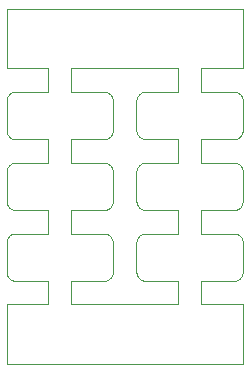
<source format=gm1>
G04 #@! TF.GenerationSoftware,KiCad,Pcbnew,8.0.1*
G04 #@! TF.CreationDate,2024-04-12T13:03:15-07:00*
G04 #@! TF.ProjectId,Pinlight_panel,50696e6c-6967-4687-945f-70616e656c2e,rev?*
G04 #@! TF.SameCoordinates,Original*
G04 #@! TF.FileFunction,Profile,NP*
%FSLAX46Y46*%
G04 Gerber Fmt 4.6, Leading zero omitted, Abs format (unit mm)*
G04 Created by KiCad (PCBNEW 8.0.1) date 2024-04-12 13:03:15*
%MOMM*%
%LPD*%
G01*
G04 APERTURE LIST*
G04 #@! TA.AperFunction,Profile*
%ADD10C,0.100000*%
G04 #@! TD*
G04 APERTURE END LIST*
D10*
X158499037Y-39711513D02*
X158491351Y-39635929D01*
X157863570Y-42990851D02*
X157937989Y-42975557D01*
X138515352Y-30400473D02*
X138534395Y-30474022D01*
X150025477Y-42965104D02*
X150062010Y-42975557D01*
X147405759Y-36613476D02*
X147439218Y-36545266D01*
X146750000Y-30999500D02*
X146825876Y-30995651D01*
X147319068Y-33260970D02*
X147266725Y-33205905D01*
X155000000Y-25000000D02*
X158500000Y-25000000D01*
X149500000Y-39749500D02*
X149500000Y-42249500D01*
X158365572Y-27321048D02*
X158319068Y-27260970D01*
X138706405Y-33232774D02*
X138680931Y-33260970D01*
X150136429Y-36990851D02*
X150174123Y-36995651D01*
X138508648Y-33635929D02*
X138503848Y-33673623D01*
X147453314Y-39489021D02*
X147423353Y-39419204D01*
X146937989Y-39023442D02*
X146863570Y-39008148D01*
X138886023Y-33093740D02*
X138853276Y-33113016D01*
X147238529Y-33180431D02*
X147209079Y-33156418D01*
X142000000Y-27000106D02*
X139212013Y-27000462D01*
X158453314Y-42509978D02*
X158476057Y-42437489D01*
X150250000Y-36999500D02*
X153000000Y-36999500D01*
X146750000Y-36999500D02*
X146825876Y-36995651D01*
X149886023Y-42905259D02*
X149919704Y-42922853D01*
X149706405Y-39232774D02*
X149680931Y-39260970D01*
X138733274Y-33205905D02*
X138706405Y-33232774D01*
X138560781Y-27453733D02*
X138534395Y-27524977D01*
X138500000Y-25000000D02*
X142000000Y-25000000D01*
X139212013Y-42998537D02*
X139250000Y-42999500D01*
X147496151Y-33673623D02*
X147491351Y-33635929D01*
X138989521Y-33046185D02*
X138919704Y-33076146D01*
X149534395Y-42474022D02*
X149546685Y-42509978D01*
X138515352Y-27598526D02*
X138508648Y-27635929D01*
X138594240Y-42613476D02*
X138634427Y-42677951D01*
X150099026Y-36984147D02*
X150136429Y-36990851D01*
X149634427Y-27321048D02*
X149594240Y-27385523D01*
X158010478Y-39046185D02*
X157974522Y-39033895D01*
X150212013Y-33000462D02*
X150136429Y-33008148D01*
X147386483Y-39352776D02*
X147343081Y-39290420D01*
X139174123Y-33003348D02*
X139099026Y-33014852D01*
X149613516Y-30646223D02*
X149634427Y-30677951D01*
X149534395Y-27524977D02*
X149515352Y-27598526D01*
X158209079Y-39156418D02*
X158178451Y-39133927D01*
X138790920Y-36842581D02*
X138853276Y-36885983D01*
X153000000Y-42999500D02*
X153000000Y-44999500D01*
X150099026Y-27014852D02*
X150062010Y-27023442D01*
X147365572Y-36677951D02*
X147405759Y-36613476D01*
X138503848Y-39673623D02*
X138500000Y-39749500D01*
X153000000Y-37999500D02*
X153000000Y-39000106D01*
X149546685Y-42509978D02*
X149576646Y-42579795D01*
X150136429Y-27008148D02*
X150099026Y-27014852D01*
X138534395Y-36474022D02*
X138560781Y-36545266D01*
X149500000Y-30249500D02*
X149503848Y-30325376D01*
X147496151Y-30325376D02*
X147500000Y-30249500D01*
X139099026Y-33014852D02*
X139025477Y-33033895D01*
X150136429Y-39008148D02*
X150099026Y-39014852D01*
X147178451Y-39133927D02*
X147113976Y-39093740D01*
X149508648Y-30363070D02*
X149515352Y-30400473D01*
X158500000Y-25000000D02*
X158500000Y-20000000D01*
X147045766Y-42938718D02*
X147113976Y-42905259D01*
X146825876Y-30995651D02*
X146900973Y-30984147D01*
X138546685Y-42509978D02*
X138576646Y-42579795D01*
X149919704Y-42922853D02*
X149989521Y-42952814D01*
X149546685Y-39489021D02*
X149534395Y-39524977D01*
X149733274Y-33205905D02*
X149706405Y-33232774D01*
X139062010Y-42975557D02*
X139136429Y-42990851D01*
X158146723Y-30885983D02*
X158209079Y-30842581D01*
X158476057Y-39561510D02*
X158465604Y-39524977D01*
X158386483Y-30646223D02*
X158423353Y-30579795D01*
X150136429Y-33008148D02*
X150099026Y-33014852D01*
X147500000Y-27749500D02*
X147496151Y-27673623D01*
X158113976Y-42905259D02*
X158178451Y-42865072D01*
X144000000Y-26999851D02*
X144000000Y-25000000D01*
X158500000Y-42249500D02*
X158500000Y-39749500D01*
X150062010Y-27023442D02*
X149989521Y-27046185D01*
X147500000Y-39749500D02*
X147496151Y-39673623D01*
X144000000Y-38999851D02*
X144000000Y-37999500D01*
X158386483Y-27352776D02*
X158365572Y-27321048D01*
X158319068Y-39260970D02*
X158266725Y-39205905D01*
X153000000Y-30999500D02*
X153000000Y-31999500D01*
X138503848Y-30325376D02*
X138508648Y-30363070D01*
X138594240Y-27385523D02*
X138576646Y-27419204D01*
X158405759Y-36613476D02*
X158439218Y-36545266D01*
X158319068Y-33260970D02*
X158293594Y-33232774D01*
X147465604Y-42474022D02*
X147484647Y-42400473D01*
X139136429Y-39008148D02*
X139099026Y-39014852D01*
X144000000Y-36999500D02*
X146750000Y-36999500D01*
X149790920Y-39156418D02*
X149733274Y-39205905D01*
X147405759Y-27385523D02*
X147386483Y-27352776D01*
X149790920Y-27156418D02*
X149733274Y-27205905D01*
X153000000Y-44999500D02*
X144000000Y-44999500D01*
X158453314Y-36509978D02*
X158476057Y-36437489D01*
X149560781Y-36545266D02*
X149594240Y-36613476D01*
X157825876Y-36995651D02*
X157900973Y-36984147D01*
X149576646Y-27419204D02*
X149560781Y-27453733D01*
X147266725Y-42793094D02*
X147319068Y-42738029D01*
X158499037Y-36287486D02*
X158500000Y-36249500D01*
X147266725Y-39205905D02*
X147238529Y-39180431D01*
X138534395Y-30474022D02*
X138560781Y-30545266D01*
X147465604Y-27524977D02*
X147439218Y-27453733D01*
X138534395Y-42474022D02*
X138546685Y-42509978D01*
X147453314Y-36509978D02*
X147465604Y-36474022D01*
X138989521Y-30952814D02*
X139025477Y-30965104D01*
X147319068Y-36738029D02*
X147365572Y-36677951D01*
X138634427Y-42677951D02*
X138680931Y-42738029D01*
X147113976Y-42905259D02*
X147178451Y-42865072D01*
X147365572Y-42677951D02*
X147405759Y-42613476D01*
X147238529Y-27180431D02*
X147209079Y-27156418D01*
X138508648Y-30363070D02*
X138515352Y-30400473D01*
X158500000Y-30249500D02*
X158500000Y-27749500D01*
X138500000Y-39749500D02*
X138500000Y-42249500D01*
X155000000Y-32999851D02*
X155000000Y-31999500D01*
X158500000Y-39749500D02*
X158499037Y-39711513D01*
X147484647Y-39598526D02*
X147465604Y-39524977D01*
X147465604Y-30474022D02*
X147484647Y-30400473D01*
X149680931Y-27260970D02*
X149634427Y-27321048D01*
X147465604Y-36474022D02*
X147484647Y-36400473D01*
X138503848Y-42325376D02*
X138508648Y-42363070D01*
X158266725Y-39205905D02*
X158209079Y-39156418D01*
X138821548Y-27133927D02*
X138790920Y-27156418D01*
X147439218Y-33453733D02*
X147405759Y-33385523D01*
X138500000Y-30249500D02*
X138503848Y-30325376D01*
X139250000Y-30999500D02*
X142000000Y-30999500D01*
X149594240Y-39385523D02*
X149576646Y-39419204D01*
X138515352Y-36400473D02*
X138534395Y-36474022D01*
X147386483Y-27352776D02*
X147343081Y-27290420D01*
X158491351Y-39635929D02*
X158476057Y-39561510D01*
X153000000Y-33000106D02*
X150212013Y-33000462D01*
X147496151Y-42325376D02*
X147500000Y-42249500D01*
X150250000Y-42999500D02*
X153000000Y-42999500D01*
X150250000Y-30999500D02*
X153000000Y-30999500D01*
X149613516Y-36646223D02*
X149634427Y-36677951D01*
X149594240Y-27385523D02*
X149576646Y-27419204D01*
X138853276Y-33113016D02*
X138790920Y-33156418D01*
X138576646Y-39419204D02*
X138546685Y-39489021D01*
X144000000Y-31999500D02*
X144000000Y-30999500D01*
X149634427Y-30677951D02*
X149680931Y-30738029D01*
X147496151Y-39673623D02*
X147491351Y-39635929D01*
X142000000Y-44999500D02*
X138500000Y-44999500D01*
X138680931Y-30738029D02*
X138733274Y-30793094D01*
X158319068Y-27260970D02*
X158266725Y-27205905D01*
X158439218Y-33453733D02*
X158405759Y-33385523D01*
X138500000Y-33749500D02*
X138500000Y-36249500D01*
X138790920Y-42842581D02*
X138821548Y-42865072D01*
X147113976Y-39093740D02*
X147080295Y-39076146D01*
X158499037Y-33711513D02*
X158491351Y-33635929D01*
X139025477Y-36965104D02*
X139099026Y-36984147D01*
X149500000Y-27749500D02*
X149500000Y-30249500D01*
X149761470Y-36818568D02*
X149790920Y-36842581D01*
X146900973Y-36984147D02*
X146974522Y-36965104D01*
X142000000Y-39000106D02*
X139212013Y-39000462D01*
X138534395Y-27524977D02*
X138515352Y-27598526D01*
X146863570Y-27008148D02*
X146787986Y-27000462D01*
X149534395Y-36474022D02*
X149560781Y-36545266D01*
X147439218Y-27453733D02*
X147405759Y-27385523D01*
X158491351Y-36363070D02*
X158499037Y-36287486D01*
X158238529Y-42818568D02*
X158293594Y-42766225D01*
X149560781Y-30545266D02*
X149594240Y-30613476D01*
X147405759Y-30613476D02*
X147439218Y-30545266D01*
X138634427Y-27321048D02*
X138594240Y-27385523D01*
X158386483Y-33352776D02*
X158365572Y-33321048D01*
X147423353Y-42579795D02*
X147453314Y-42509978D01*
X138821548Y-42865072D02*
X138886023Y-42905259D01*
X158319068Y-36738029D02*
X158365572Y-36677951D01*
X139212013Y-33000462D02*
X139174123Y-33003348D01*
X146787986Y-39000462D02*
X146750000Y-38999500D01*
X158386483Y-42646223D02*
X158423353Y-42579795D01*
X142000000Y-36999500D02*
X142000000Y-37999500D01*
X149634427Y-42677951D02*
X149680931Y-42738029D01*
X138534395Y-33524977D02*
X138515352Y-33598526D01*
X158453314Y-30509978D02*
X158476057Y-30437489D01*
X149508648Y-27635929D02*
X149503848Y-27673623D01*
X158476057Y-30437489D02*
X158491351Y-30363070D01*
X147146723Y-30885983D02*
X147209079Y-30842581D01*
X146825876Y-42995651D02*
X146900973Y-42984147D01*
X149503848Y-33673623D02*
X149500000Y-33749500D01*
X150099026Y-39014852D02*
X150062010Y-39023442D01*
X158045766Y-36938718D02*
X158113976Y-36905259D01*
X158439218Y-36545266D02*
X158453314Y-36509978D01*
X146974522Y-42965104D02*
X147045766Y-42938718D01*
X138790920Y-30842581D02*
X138821548Y-30865072D01*
X149989521Y-27046185D02*
X149919704Y-27076146D01*
X138508648Y-27635929D02*
X138503848Y-27673623D01*
X149706405Y-27232774D02*
X149680931Y-27260970D01*
X149508648Y-42363070D02*
X149515352Y-42400473D01*
X149594240Y-42613476D02*
X149634427Y-42677951D01*
X149634427Y-36677951D02*
X149680931Y-36738029D01*
X157900973Y-30984147D02*
X157937989Y-30975557D01*
X138594240Y-30613476D02*
X138613516Y-30646223D01*
X147491351Y-27635929D02*
X147484647Y-27598526D01*
X138634427Y-30677951D02*
X138680931Y-30738029D01*
X138500000Y-42249500D02*
X138503848Y-42325376D01*
X158343081Y-42708579D02*
X158386483Y-42646223D01*
X149853276Y-36885983D02*
X149886023Y-36905259D01*
X138919704Y-27076146D02*
X138886023Y-27093740D01*
X146900973Y-42984147D02*
X146974522Y-42965104D01*
X158146723Y-33113016D02*
X158080295Y-33076146D01*
X138680931Y-39260970D02*
X138634427Y-39321048D01*
X147080295Y-30922853D02*
X147146723Y-30885983D01*
X147405759Y-33385523D02*
X147386483Y-33352776D01*
X157974522Y-27033895D02*
X157937989Y-27023442D01*
X147178451Y-42865072D02*
X147209079Y-42842581D01*
X138790920Y-33156418D02*
X138733274Y-33205905D01*
X138733274Y-39205905D02*
X138706405Y-39232774D01*
X150212013Y-42998537D02*
X150250000Y-42999500D01*
X138733274Y-27205905D02*
X138706405Y-27232774D01*
X158293594Y-30766225D02*
X158343081Y-30708579D01*
X138500000Y-49999500D02*
X158500000Y-49999500D01*
X150136429Y-42990851D02*
X150212013Y-42998537D01*
X146974522Y-33033895D02*
X146900973Y-33014852D01*
X149500000Y-36249500D02*
X149503848Y-36325376D01*
X139174123Y-36995651D02*
X139250000Y-36999500D01*
X158500000Y-49999500D02*
X158500000Y-44999500D01*
X138680931Y-42738029D02*
X138733274Y-42793094D01*
X149821548Y-39133927D02*
X149790920Y-39156418D01*
X146787986Y-33000462D02*
X146750000Y-32999500D01*
X157974522Y-39033895D02*
X157937989Y-39023442D01*
X138821548Y-30865072D02*
X138886023Y-30905259D01*
X149954233Y-30938718D02*
X150025477Y-30965104D01*
X158405759Y-33385523D02*
X158386483Y-33352776D01*
X147484647Y-27598526D02*
X147465604Y-27524977D01*
X138534395Y-39524977D02*
X138515352Y-39598526D01*
X147113976Y-36905259D02*
X147146723Y-36885983D01*
X149515352Y-36400473D02*
X149534395Y-36474022D01*
X149515352Y-27598526D02*
X149508648Y-27635929D01*
X149576646Y-42579795D02*
X149594240Y-42613476D01*
X158293594Y-33232774D02*
X158238529Y-33180431D01*
X149989521Y-42952814D02*
X150025477Y-42965104D01*
X149515352Y-33598526D02*
X149508648Y-33635929D01*
X158499037Y-27711513D02*
X158491351Y-27635929D01*
X158266725Y-36793094D02*
X158319068Y-36738029D01*
X153000000Y-31999500D02*
X153000000Y-33000106D01*
X149853276Y-30885983D02*
X149886023Y-30905259D01*
X138560781Y-30545266D02*
X138594240Y-30613476D01*
X158266725Y-27205905D02*
X158209079Y-27156418D01*
X138500000Y-44999500D02*
X138500000Y-49999500D01*
X155000000Y-44999500D02*
X155000000Y-42999500D01*
X157750000Y-26999500D02*
X155000000Y-26999851D01*
X144000000Y-25000000D02*
X153000000Y-25000000D01*
X158178451Y-39133927D02*
X158113976Y-39093740D01*
X149989521Y-33046185D02*
X149919704Y-33076146D01*
X157937989Y-30975557D02*
X158010478Y-30952814D01*
X147080295Y-27076146D02*
X147010478Y-27046185D01*
X149500000Y-33749500D02*
X149500000Y-36249500D01*
X157937989Y-42975557D02*
X158010478Y-42952814D01*
X150212013Y-30998537D02*
X150250000Y-30999500D01*
X139099026Y-36984147D02*
X139136429Y-36990851D01*
X144000000Y-44999500D02*
X144000000Y-42999500D01*
X157825876Y-30995651D02*
X157900973Y-30984147D01*
X157863570Y-39008148D02*
X157787986Y-39000462D01*
X150136429Y-30990851D02*
X150212013Y-30998537D01*
X146863570Y-39008148D02*
X146787986Y-39000462D01*
X147386483Y-33352776D02*
X147343081Y-33290420D01*
X149576646Y-33419204D02*
X149560781Y-33453733D01*
X139025477Y-42965104D02*
X139062010Y-42975557D01*
X158500000Y-20000000D02*
X138500000Y-20000000D01*
X155000000Y-31999500D02*
X155000000Y-30999500D01*
X150099026Y-30984147D02*
X150136429Y-30990851D01*
X144000000Y-37999500D02*
X144000000Y-36999500D01*
X146750000Y-32999500D02*
X144000000Y-32999851D01*
X149853276Y-33113016D02*
X149790920Y-33156418D01*
X158439218Y-27453733D02*
X158405759Y-27385523D01*
X149853276Y-27113016D02*
X149790920Y-27156418D01*
X138634427Y-33321048D02*
X138594240Y-33385523D01*
X147484647Y-36400473D02*
X147496151Y-36325376D01*
X158423353Y-42579795D02*
X158453314Y-42509978D01*
X147146723Y-36885983D02*
X147209079Y-36842581D01*
X138515352Y-42400473D02*
X138534395Y-42474022D01*
X149733274Y-36793094D02*
X149761470Y-36818568D01*
X139062010Y-39023442D02*
X138989521Y-39046185D01*
X138886023Y-30905259D02*
X138919704Y-30922853D01*
X146900973Y-27014852D02*
X146863570Y-27008148D01*
X147484647Y-33598526D02*
X147465604Y-33524977D01*
X149761470Y-30818568D02*
X149790920Y-30842581D01*
X149503848Y-36325376D02*
X149508648Y-36363070D01*
X158499037Y-42287486D02*
X158500000Y-42249500D01*
X146825876Y-36995651D02*
X146900973Y-36984147D01*
X138853276Y-36885983D02*
X138886023Y-36905259D01*
X158500000Y-44999500D02*
X155000000Y-44999500D01*
X147266725Y-33205905D02*
X147238529Y-33180431D01*
X150062010Y-42975557D02*
X150136429Y-42990851D01*
X147453314Y-30509978D02*
X147465604Y-30474022D01*
X138503848Y-33673623D02*
X138500000Y-33749500D01*
X158453314Y-27489021D02*
X158439218Y-27453733D01*
X149534395Y-30474022D02*
X149560781Y-30545266D01*
X157974522Y-36965104D02*
X158045766Y-36938718D01*
X138989521Y-42952814D02*
X139025477Y-42965104D01*
X138790920Y-39156418D02*
X138733274Y-39205905D01*
X147423353Y-39419204D02*
X147386483Y-39352776D01*
X147319068Y-42738029D02*
X147365572Y-42677951D01*
X157750000Y-38999500D02*
X155000000Y-38999851D01*
X158365572Y-33321048D02*
X158319068Y-33260970D01*
X158209079Y-27156418D02*
X158178451Y-27133927D01*
X158113976Y-39093740D02*
X158080295Y-39076146D01*
X147319068Y-39260970D02*
X147266725Y-39205905D01*
X158491351Y-42363070D02*
X158499037Y-42287486D01*
X139250000Y-42999500D02*
X142000000Y-42999500D01*
X147010478Y-39046185D02*
X146974522Y-39033895D01*
X149576646Y-39419204D02*
X149546685Y-39489021D01*
X149919704Y-27076146D02*
X149886023Y-27093740D01*
X158476057Y-27561510D02*
X158453314Y-27489021D01*
X138560781Y-33453733D02*
X138534395Y-33524977D01*
X149680931Y-30738029D02*
X149733274Y-30793094D01*
X149508648Y-33635929D02*
X149503848Y-33673623D01*
X147238529Y-39180431D02*
X147178451Y-39133927D01*
X150062010Y-39023442D02*
X149989521Y-39046185D01*
X138503848Y-27673623D02*
X138500000Y-27749500D01*
X157750000Y-36999500D02*
X157825876Y-36995651D01*
X138706405Y-27232774D02*
X138680931Y-27260970D01*
X153000000Y-27000106D02*
X150212013Y-27000462D01*
X139062010Y-27023442D02*
X138989521Y-27046185D01*
X142000000Y-37999500D02*
X142000000Y-39000106D01*
X158146723Y-27113016D02*
X158080295Y-27076146D01*
X149886023Y-36905259D02*
X149954233Y-36938718D01*
X146974522Y-27033895D02*
X146900973Y-27014852D01*
X158010478Y-30952814D02*
X158080295Y-30922853D01*
X147465604Y-39524977D02*
X147453314Y-39489021D01*
X146787986Y-27000462D02*
X146750000Y-26999500D01*
X158465604Y-39524977D02*
X158453314Y-39489021D01*
X139250000Y-36999500D02*
X142000000Y-36999500D01*
X147045766Y-36938718D02*
X147113976Y-36905259D01*
X147266725Y-36793094D02*
X147319068Y-36738029D01*
X149680931Y-42738029D02*
X149733274Y-42793094D01*
X139136429Y-36990851D02*
X139174123Y-36995651D01*
X139212013Y-39000462D02*
X139136429Y-39008148D01*
X146750000Y-38999500D02*
X144000000Y-38999851D01*
X157787986Y-39000462D02*
X157750000Y-38999500D01*
X147500000Y-33749500D02*
X147496151Y-33673623D01*
X158491351Y-33635929D02*
X158476057Y-33561510D01*
X149954233Y-36938718D02*
X150025477Y-36965104D01*
X149634427Y-33321048D02*
X149594240Y-33385523D01*
X157937989Y-39023442D02*
X157863570Y-39008148D01*
X157863570Y-27008148D02*
X157825876Y-27003348D01*
X158178451Y-27133927D02*
X158146723Y-27113016D01*
X147465604Y-33524977D02*
X147439218Y-33453733D01*
X149886023Y-27093740D02*
X149853276Y-27113016D01*
X158209079Y-30842581D02*
X158266725Y-30793094D01*
X158476057Y-42437489D02*
X158491351Y-42363070D01*
X138919704Y-30922853D02*
X138989521Y-30952814D01*
X149534395Y-33524977D02*
X149515352Y-33598526D01*
X147080295Y-39076146D02*
X147010478Y-39046185D01*
X139136429Y-30990851D02*
X139212013Y-30998537D01*
X138886023Y-36905259D02*
X138954233Y-36938718D01*
X149733274Y-30793094D02*
X149761470Y-30818568D01*
X138508648Y-39635929D02*
X138503848Y-39673623D01*
X150099026Y-33014852D02*
X150025477Y-33033895D01*
X138886023Y-42905259D02*
X138919704Y-42922853D01*
X158405759Y-27385523D02*
X158386483Y-27352776D01*
X158146723Y-36885983D02*
X158209079Y-36842581D01*
X138515352Y-33598526D02*
X138508648Y-33635929D01*
X155000000Y-42999500D02*
X157750000Y-42999500D01*
X138821548Y-39133927D02*
X138790920Y-39156418D01*
X158405759Y-39385523D02*
X158365572Y-39321048D01*
X144000000Y-42999500D02*
X146750000Y-42999500D01*
X155000000Y-30999500D02*
X157750000Y-30999500D01*
X139136429Y-27008148D02*
X139099026Y-27014852D01*
X149919704Y-33076146D02*
X149886023Y-33093740D01*
X138576646Y-33419204D02*
X138560781Y-33453733D01*
X149790920Y-42842581D02*
X149821548Y-42865072D01*
X149886023Y-30905259D02*
X149954233Y-30938718D01*
X149515352Y-42400473D02*
X149534395Y-42474022D01*
X147484647Y-42400473D02*
X147496151Y-42325376D01*
X147010478Y-30952814D02*
X147080295Y-30922853D01*
X158423353Y-30579795D02*
X158453314Y-30509978D01*
X157825876Y-33003348D02*
X157750000Y-32999500D01*
X150025477Y-30965104D02*
X150099026Y-30984147D01*
X149594240Y-30613476D02*
X149613516Y-30646223D01*
X157863570Y-33008148D02*
X157825876Y-33003348D01*
X149680931Y-39260970D02*
X149634427Y-39321048D01*
X149508648Y-36363070D02*
X149515352Y-36400473D01*
X138954233Y-36938718D02*
X139025477Y-36965104D01*
X157825876Y-42995651D02*
X157863570Y-42990851D01*
X139099026Y-27014852D02*
X139062010Y-27023442D01*
X138594240Y-39385523D02*
X138576646Y-39419204D01*
X147484647Y-30400473D02*
X147496151Y-30325376D01*
X158080295Y-30922853D02*
X158146723Y-30885983D01*
X158266725Y-30793094D02*
X158293594Y-30766225D01*
X149503848Y-42325376D02*
X149508648Y-42363070D01*
X149503848Y-30325376D02*
X149508648Y-30363070D01*
X138508648Y-36363070D02*
X138515352Y-36400473D01*
X158209079Y-36842581D02*
X158266725Y-36793094D01*
X138503848Y-36325376D02*
X138508648Y-36363070D01*
X153000000Y-25000000D02*
X153000000Y-27000106D01*
X147439218Y-30545266D02*
X147453314Y-30509978D01*
X147496151Y-27673623D02*
X147491351Y-27635929D01*
X158113976Y-36905259D02*
X158146723Y-36885983D01*
X138919704Y-42922853D02*
X138989521Y-42952814D01*
X147453314Y-42509978D02*
X147465604Y-42474022D01*
X147146723Y-33113016D02*
X147113976Y-33093740D01*
X158423353Y-39419204D02*
X158405759Y-39385523D01*
X157900973Y-36984147D02*
X157974522Y-36965104D01*
X146900973Y-33014852D02*
X146863570Y-33008148D01*
X158238529Y-33180431D02*
X158178451Y-33133927D01*
X146974522Y-39033895D02*
X146937989Y-39023442D01*
X147209079Y-30842581D02*
X147266725Y-30793094D01*
X146863570Y-33008148D02*
X146787986Y-33000462D01*
X158453314Y-39489021D02*
X158423353Y-39419204D01*
X146900973Y-30984147D02*
X146974522Y-30965104D01*
X155000000Y-38999851D02*
X155000000Y-37999500D01*
X146750000Y-26999500D02*
X144000000Y-26999851D01*
X139212013Y-30998537D02*
X139250000Y-30999500D01*
X149500000Y-42249500D02*
X149503848Y-42325376D01*
X147319068Y-30738029D02*
X147365572Y-30677951D01*
X149680931Y-33260970D02*
X149634427Y-33321048D01*
X158499037Y-30287486D02*
X158500000Y-30249500D01*
X149886023Y-39093740D02*
X149821548Y-39133927D01*
X149821548Y-42865072D02*
X149886023Y-42905259D01*
X147319068Y-27260970D02*
X147266725Y-27205905D01*
X149989521Y-39046185D02*
X149954233Y-39060281D01*
X158080295Y-33076146D02*
X158010478Y-33046185D01*
X144000000Y-32999851D02*
X144000000Y-31999500D01*
X139025477Y-33033895D02*
X138989521Y-33046185D01*
X150025477Y-36965104D02*
X150099026Y-36984147D01*
X138886023Y-39093740D02*
X138821548Y-39133927D01*
X147266725Y-30793094D02*
X147319068Y-30738029D01*
X149680931Y-36738029D02*
X149733274Y-36793094D01*
X158453314Y-33489021D02*
X158439218Y-33453733D01*
X149594240Y-33385523D02*
X149576646Y-33419204D01*
X147113976Y-33093740D02*
X147045766Y-33060281D01*
X147491351Y-39635929D02*
X147484647Y-39598526D01*
X146974522Y-30965104D02*
X147010478Y-30952814D01*
X138500000Y-20000000D02*
X138500000Y-25000000D01*
X149790920Y-33156418D02*
X149733274Y-33205905D01*
X157937989Y-27023442D02*
X157863570Y-27008148D01*
X158010478Y-33046185D02*
X157974522Y-33033895D01*
X149503848Y-39673623D02*
X149500000Y-39749500D01*
X155000000Y-37999500D02*
X155000000Y-36999500D01*
X147496151Y-36325376D02*
X147500000Y-36249500D01*
X147500000Y-42249500D02*
X147500000Y-39749500D01*
X138680931Y-36738029D02*
X138733274Y-36793094D01*
X149954233Y-39060281D02*
X149886023Y-39093740D01*
X150025477Y-33033895D02*
X149989521Y-33046185D01*
X139212013Y-27000462D02*
X139136429Y-27008148D01*
X158491351Y-27635929D02*
X158476057Y-27561510D01*
X138989521Y-27046185D02*
X138919704Y-27076146D01*
X146750000Y-42999500D02*
X146825876Y-42995651D01*
X147146723Y-27113016D02*
X147080295Y-27076146D01*
X138613516Y-36646223D02*
X138634427Y-36677951D01*
X138500000Y-36249500D02*
X138503848Y-36325376D01*
X146974522Y-36965104D02*
X147045766Y-36938718D01*
X153000000Y-36999500D02*
X153000000Y-37999500D01*
X158178451Y-33133927D02*
X158146723Y-33113016D01*
X147365572Y-30677951D02*
X147405759Y-30613476D01*
X150212013Y-27000462D02*
X150136429Y-27008148D01*
X157750000Y-42999500D02*
X157825876Y-42995651D01*
X153000000Y-39000106D02*
X150212013Y-39000462D01*
X139099026Y-30984147D02*
X139136429Y-30990851D01*
X147266725Y-27205905D02*
X147238529Y-27180431D01*
X158365572Y-36677951D02*
X158405759Y-36613476D01*
X138733274Y-42793094D02*
X138790920Y-42842581D01*
X147343081Y-27290420D02*
X147319068Y-27260970D01*
X158010478Y-27046185D02*
X157974522Y-27033895D01*
X150212013Y-39000462D02*
X150136429Y-39008148D01*
X138919704Y-39076146D02*
X138886023Y-39093740D01*
X158343081Y-30708579D02*
X158386483Y-30646223D01*
X157900973Y-33014852D02*
X157863570Y-33008148D01*
X149560781Y-27453733D02*
X149534395Y-27524977D01*
X158500000Y-36249500D02*
X158500000Y-33749500D01*
X149790920Y-36842581D02*
X149853276Y-36885983D01*
X138508648Y-42363070D02*
X138515352Y-42400473D01*
X138500000Y-27749500D02*
X138500000Y-30249500D01*
X138613516Y-30646223D02*
X138634427Y-30677951D01*
X138594240Y-36613476D02*
X138613516Y-36646223D01*
X147209079Y-27156418D02*
X147146723Y-27113016D01*
X142000000Y-31999500D02*
X142000000Y-33000106D01*
X138576646Y-27419204D02*
X138560781Y-27453733D01*
X138761470Y-36818568D02*
X138790920Y-36842581D01*
X138594240Y-33385523D02*
X138576646Y-33419204D01*
X157974522Y-33033895D02*
X157900973Y-33014852D01*
X149594240Y-36613476D02*
X149613516Y-36646223D01*
X155000000Y-36999500D02*
X157750000Y-36999500D01*
X158293594Y-42766225D02*
X158343081Y-42708579D01*
X147209079Y-42842581D02*
X147266725Y-42793094D01*
X147500000Y-36249500D02*
X147500000Y-33749500D01*
X138886023Y-27093740D02*
X138821548Y-27133927D01*
X138919704Y-33076146D02*
X138886023Y-33093740D01*
X147405759Y-42613476D02*
X147423353Y-42579795D01*
X158080295Y-42922853D02*
X158113976Y-42905259D01*
X157750000Y-32999500D02*
X155000000Y-32999851D01*
X138546685Y-39489021D02*
X138534395Y-39524977D01*
X139025477Y-30965104D02*
X139099026Y-30984147D01*
X157750000Y-30999500D02*
X157825876Y-30995651D01*
X149733274Y-39205905D02*
X149706405Y-39232774D01*
X138680931Y-27260970D02*
X138634427Y-27321048D01*
X138706405Y-39232774D02*
X138680931Y-39260970D01*
X149503848Y-27673623D02*
X149500000Y-27749500D01*
X138576646Y-42579795D02*
X138594240Y-42613476D01*
X138515352Y-39598526D02*
X138508648Y-39635929D01*
X158500000Y-33749500D02*
X158499037Y-33711513D01*
X158500000Y-27749500D02*
X158499037Y-27711513D01*
X158178451Y-42865072D02*
X158238529Y-42818568D01*
X149534395Y-39524977D02*
X149515352Y-39598526D01*
X158476057Y-33561510D02*
X158453314Y-33489021D01*
X138634427Y-36677951D02*
X138680931Y-36738029D01*
X155000000Y-26999851D02*
X155000000Y-25000000D01*
X138634427Y-39321048D02*
X138594240Y-39385523D01*
X158010478Y-42952814D02*
X158080295Y-42922853D01*
X149733274Y-27205905D02*
X149706405Y-27232774D01*
X138560781Y-36545266D02*
X138594240Y-36613476D01*
X158491351Y-30363070D02*
X158499037Y-30287486D01*
X150174123Y-36995651D02*
X150250000Y-36999500D01*
X147343081Y-33290420D02*
X147319068Y-33260970D01*
X144000000Y-30999500D02*
X146750000Y-30999500D01*
X158080295Y-27076146D02*
X158010478Y-27046185D01*
X147010478Y-27046185D02*
X146974522Y-27033895D01*
X149634427Y-39321048D02*
X149594240Y-39385523D01*
X147209079Y-33156418D02*
X147146723Y-33113016D01*
X158080295Y-39076146D02*
X158010478Y-39046185D01*
X157825876Y-27003348D02*
X157750000Y-26999500D01*
X158365572Y-39321048D02*
X158319068Y-39260970D01*
X149886023Y-33093740D02*
X149853276Y-33113016D01*
X147491351Y-33635929D02*
X147484647Y-33598526D01*
X147045766Y-33060281D02*
X146974522Y-33033895D01*
X138733274Y-36793094D02*
X138761470Y-36818568D01*
X149733274Y-42793094D02*
X149790920Y-42842581D01*
X138989521Y-39046185D02*
X138919704Y-39076146D01*
X149508648Y-39635929D02*
X149503848Y-39673623D01*
X147500000Y-30249500D02*
X147500000Y-27749500D01*
X142000000Y-33000106D02*
X139212013Y-33000462D01*
X158476057Y-36437489D02*
X158491351Y-36363070D01*
X138680931Y-33260970D02*
X138634427Y-33321048D01*
X142000000Y-25000000D02*
X142000000Y-27000106D01*
X147343081Y-39290420D02*
X147319068Y-39260970D01*
X139099026Y-39014852D02*
X139062010Y-39023442D01*
X149706405Y-33232774D02*
X149680931Y-33260970D01*
X142000000Y-42999500D02*
X142000000Y-44999500D01*
X138733274Y-30793094D02*
X138790920Y-30842581D01*
X139136429Y-42990851D02*
X139212013Y-42998537D01*
X147439218Y-36545266D02*
X147453314Y-36509978D01*
X149515352Y-30400473D02*
X149534395Y-30474022D01*
X147209079Y-36842581D02*
X147266725Y-36793094D01*
X149560781Y-33453733D02*
X149534395Y-33524977D01*
X149790920Y-30842581D02*
X149853276Y-30885983D01*
X138790920Y-27156418D02*
X138733274Y-27205905D01*
X142000000Y-30999500D02*
X142000000Y-31999500D01*
X149515352Y-39598526D02*
X149508648Y-39635929D01*
M02*

</source>
